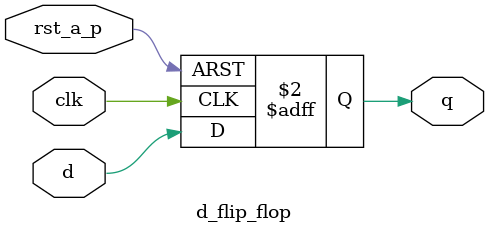
<source format=v>
module debouncer #(
    parameter DEBOUNCE_TIME_MS = 1     // Debounce time in milliseconds
)(
    input wire clk,          // System clock
    input wire rst_a_p,      // Active high reset
    input wire button_in,    // Raw button input
    output wire button_out   // Debounced button output
);
    // Instantiate clock divider for debouncing
    wire sample_clk;
    clk_div #(
        .OUTPUT_FREQ(1000 / DEBOUNCE_TIME_MS)  // en el clk_div esto se pasa como frecuencia, si el contador necesario para esa frecuencia no es entero, se redondea para abajo, dando así una frecuencia mayor
    ) debounce_clk_div (
        .clk_in(clk),
        .rst_a_p(rst_a_p),
        .clk_out(sample_clk)
    );
    
    // Two D flip-flop synchronizer chain
    wire ff1, ff2;
    
    // First flip-flop synchronizes the input
    d_flip_flop dff1 (
        .clk(sample_clk),
        .rst_a_p(rst_a_p),
        .d(button_in),
        .q(ff1)
    );
    
    // Second flip-flop detects stable signal
    d_flip_flop dff2 (
        .clk(sample_clk),
        .rst_a_p(rst_a_p),
        .d(ff1),
        .q(ff2)
    );
    
    // Output is stable only when both flip-flops match (AND gate)
    assign button_out = (ff1 == ff2) ? ff2 : 1'b0;
endmodule

 module d_flip_flop (
 input wire clk,       // Clock input
 input wire rst_a_p,   // Active high reset
 input wire d,         // Data input
 output reg q          // Data output
);
 // Simple D flip-flop implementation
 always @(posedge clk, posedge rst_a_p) begin
      if (rst_a_p) begin
            q <= 1'b0;
      end else begin
            q <= d;
      end
 end
 endmodule

</source>
